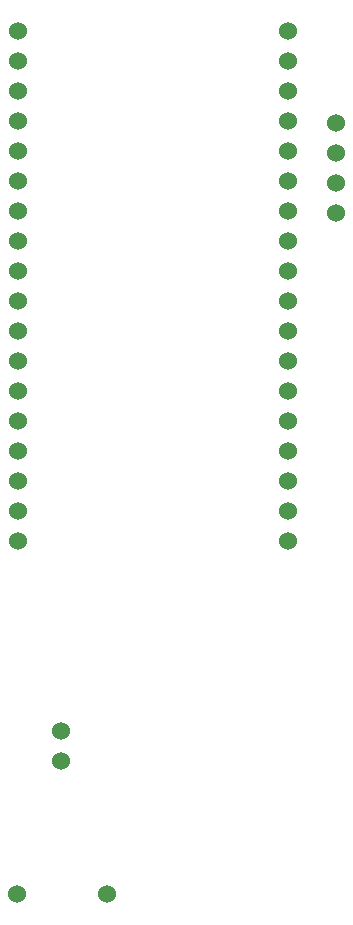
<source format=gbr>
%TF.GenerationSoftware,KiCad,Pcbnew,8.0.4*%
%TF.CreationDate,2024-09-17T14:39:16-07:00*%
%TF.ProjectId,DC33_Cnet_Badge_Main,44433333-5f43-46e6-9574-5f4261646765,rev?*%
%TF.SameCoordinates,Original*%
%TF.FileFunction,Soldermask,Bot*%
%TF.FilePolarity,Negative*%
%FSLAX46Y46*%
G04 Gerber Fmt 4.6, Leading zero omitted, Abs format (unit mm)*
G04 Created by KiCad (PCBNEW 8.0.4) date 2024-09-17 14:39:16*
%MOMM*%
%LPD*%
G01*
G04 APERTURE LIST*
%ADD10C,1.524000*%
G04 APERTURE END LIST*
D10*
%TO.C,VIBRA1*%
X123660000Y-128770000D03*
X123660000Y-126230000D03*
%TD*%
%TO.C,U1*%
X142930000Y-110090000D03*
X142930000Y-107550000D03*
X142930000Y-105010000D03*
X142930000Y-102470000D03*
X142930000Y-99930000D03*
X142930000Y-97390000D03*
X142930000Y-94850000D03*
X142930000Y-92310000D03*
X142930000Y-89770000D03*
X142930000Y-87230000D03*
X142930000Y-84690000D03*
X142930000Y-82150000D03*
X142930000Y-79610000D03*
X142930000Y-77070000D03*
X142930000Y-74530000D03*
X142930000Y-71990000D03*
X142930000Y-69450000D03*
X142930000Y-66910000D03*
X120070000Y-66910000D03*
X120070000Y-69450000D03*
X120070000Y-71990000D03*
X120070000Y-74530000D03*
X120070000Y-77070000D03*
X120070000Y-79610000D03*
X120070000Y-82150000D03*
X120070000Y-84690000D03*
X120070000Y-87230000D03*
X120070000Y-89770000D03*
X120070000Y-92310000D03*
X120070000Y-94850000D03*
X120070000Y-97390000D03*
X120070000Y-99930000D03*
X120070000Y-102470000D03*
X120070000Y-105010000D03*
X120070000Y-107550000D03*
X120070000Y-110090000D03*
%TD*%
%TO.C,BUZZ1*%
X120000000Y-140000000D03*
X127620000Y-140000000D03*
%TD*%
%TO.C,GPS1*%
X146990000Y-82310000D03*
X146990000Y-79770000D03*
X146990000Y-77230000D03*
X146990000Y-74690000D03*
%TD*%
M02*

</source>
